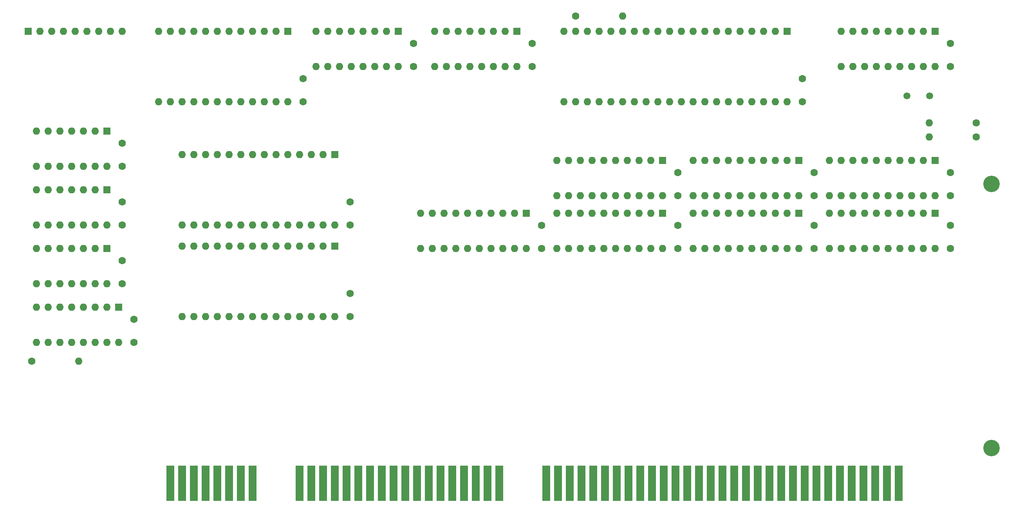
<source format=gbr>
G04 #@! TF.GenerationSoftware,KiCad,Pcbnew,(5.1.8)-1*
G04 #@! TF.CreationDate,2021-12-28T18:56:34-07:00*
G04 #@! TF.ProjectId,8086,38303836-2e6b-4696-9361-645f70636258,rev?*
G04 #@! TF.SameCoordinates,Original*
G04 #@! TF.FileFunction,Soldermask,Top*
G04 #@! TF.FilePolarity,Negative*
%FSLAX46Y46*%
G04 Gerber Fmt 4.6, Leading zero omitted, Abs format (unit mm)*
G04 Created by KiCad (PCBNEW (5.1.8)-1) date 2021-12-28 18:56:34*
%MOMM*%
%LPD*%
G01*
G04 APERTURE LIST*
%ADD10O,1.600000X1.600000*%
%ADD11R,1.600000X1.600000*%
%ADD12C,1.600000*%
%ADD13R,1.780000X7.620000*%
%ADD14C,1.500000*%
%ADD15C,3.556000*%
G04 APERTURE END LIST*
D10*
G04 #@! TO.C,RN1*
X54602380Y-37058600D03*
X52062380Y-37058600D03*
X49522380Y-37058600D03*
X46982380Y-37058600D03*
X44442380Y-37058600D03*
X41902380Y-37058600D03*
X39362380Y-37058600D03*
X36822380Y-37058600D03*
D11*
X34282380Y-37058600D03*
G04 #@! TD*
D10*
G04 #@! TO.C,U18*
X100576380Y-78968600D03*
X67556380Y-63728600D03*
X98036380Y-78968600D03*
X70096380Y-63728600D03*
X95496380Y-78968600D03*
X72636380Y-63728600D03*
X92956380Y-78968600D03*
X75176380Y-63728600D03*
X90416380Y-78968600D03*
X77716380Y-63728600D03*
X87876380Y-78968600D03*
X80256380Y-63728600D03*
X85336380Y-78968600D03*
X82796380Y-63728600D03*
X82796380Y-78968600D03*
X85336380Y-63728600D03*
X80256380Y-78968600D03*
X87876380Y-63728600D03*
X77716380Y-78968600D03*
X90416380Y-63728600D03*
X75176380Y-78968600D03*
X92956380Y-63728600D03*
X72636380Y-78968600D03*
X95496380Y-63728600D03*
X70096380Y-78968600D03*
X98036380Y-63728600D03*
X67556380Y-78968600D03*
D11*
X100576380Y-63728600D03*
G04 #@! TD*
D10*
G04 #@! TO.C,R10*
X45204380Y-108432600D03*
D12*
X35044380Y-108432600D03*
G04 #@! TD*
G04 #@! TO.C,C18*
X103878380Y-78968600D03*
X103878380Y-73968600D03*
G04 #@! TD*
D13*
G04 #@! TO.C,J9*
X146296380Y-134848600D03*
X148836380Y-134848600D03*
X151376380Y-134848600D03*
X153916380Y-134848600D03*
X156456380Y-134848600D03*
X158996380Y-134848600D03*
X161536380Y-134848600D03*
X164076380Y-134848600D03*
X166616380Y-134848600D03*
X169156380Y-134848600D03*
X171696380Y-134848600D03*
X174236380Y-134848600D03*
X176776380Y-134848600D03*
X179316380Y-134848600D03*
X181856380Y-134848600D03*
X184396380Y-134848600D03*
X186936380Y-134848600D03*
X189476380Y-134848600D03*
X192016380Y-134848600D03*
X194556380Y-134848600D03*
X197096380Y-134848600D03*
X199636380Y-134848600D03*
X202176380Y-134848600D03*
X204716380Y-134848600D03*
X207256380Y-134848600D03*
X209796380Y-134848600D03*
X212336380Y-134848600D03*
X214876380Y-134848600D03*
X217416380Y-134848600D03*
X219956380Y-134848600D03*
X222496380Y-134848600D03*
G04 #@! TD*
D10*
G04 #@! TO.C,R4*
X229100380Y-56870600D03*
D12*
X239260380Y-56870600D03*
G04 #@! TD*
D10*
G04 #@! TO.C,R3*
X229100380Y-59918600D03*
D12*
X239260380Y-59918600D03*
G04 #@! TD*
D10*
G04 #@! TO.C,R2*
X162806380Y-33756600D03*
D12*
X152646380Y-33756600D03*
G04 #@! TD*
D10*
G04 #@! TO.C,U2*
X171442380Y-72618600D03*
X148582380Y-64998600D03*
X168902380Y-72618600D03*
X151122380Y-64998600D03*
X166362380Y-72618600D03*
X153662380Y-64998600D03*
X163822380Y-72618600D03*
X156202380Y-64998600D03*
X161282380Y-72618600D03*
X158742380Y-64998600D03*
X158742380Y-72618600D03*
X161282380Y-64998600D03*
X156202380Y-72618600D03*
X163822380Y-64998600D03*
X153662380Y-72618600D03*
X166362380Y-64998600D03*
X151122380Y-72618600D03*
X168902380Y-64998600D03*
X148582380Y-72618600D03*
D11*
X171442380Y-64998600D03*
G04 #@! TD*
D14*
G04 #@! TO.C,Y1*
X229174380Y-51028600D03*
X224274380Y-51028600D03*
G04 #@! TD*
D10*
G04 #@! TO.C,U17*
X51300380Y-66268600D03*
X36060380Y-58648600D03*
X48760380Y-66268600D03*
X38600380Y-58648600D03*
X46220380Y-66268600D03*
X41140380Y-58648600D03*
X43680380Y-66268600D03*
X43680380Y-58648600D03*
X41140380Y-66268600D03*
X46220380Y-58648600D03*
X38600380Y-66268600D03*
X48760380Y-58648600D03*
X36060380Y-66268600D03*
D11*
X51300380Y-58648600D03*
G04 #@! TD*
D10*
G04 #@! TO.C,U16*
X53840380Y-104368600D03*
X36060380Y-96748600D03*
X51300380Y-104368600D03*
X38600380Y-96748600D03*
X48760380Y-104368600D03*
X41140380Y-96748600D03*
X46220380Y-104368600D03*
X43680380Y-96748600D03*
X43680380Y-104368600D03*
X46220380Y-96748600D03*
X41140380Y-104368600D03*
X48760380Y-96748600D03*
X38600380Y-104368600D03*
X51300380Y-96748600D03*
X36060380Y-104368600D03*
D11*
X53840380Y-96748600D03*
G04 #@! TD*
D10*
G04 #@! TO.C,U15*
X51300380Y-91668600D03*
X36060380Y-84048600D03*
X48760380Y-91668600D03*
X38600380Y-84048600D03*
X46220380Y-91668600D03*
X41140380Y-84048600D03*
X43680380Y-91668600D03*
X43680380Y-84048600D03*
X41140380Y-91668600D03*
X46220380Y-84048600D03*
X38600380Y-91668600D03*
X48760380Y-84048600D03*
X36060380Y-91668600D03*
D11*
X51300380Y-84048600D03*
G04 #@! TD*
D10*
G04 #@! TO.C,U14*
X200906380Y-72618600D03*
X178046380Y-64998600D03*
X198366380Y-72618600D03*
X180586380Y-64998600D03*
X195826380Y-72618600D03*
X183126380Y-64998600D03*
X193286380Y-72618600D03*
X185666380Y-64998600D03*
X190746380Y-72618600D03*
X188206380Y-64998600D03*
X188206380Y-72618600D03*
X190746380Y-64998600D03*
X185666380Y-72618600D03*
X193286380Y-64998600D03*
X183126380Y-72618600D03*
X195826380Y-64998600D03*
X180586380Y-72618600D03*
X198366380Y-64998600D03*
X178046380Y-72618600D03*
D11*
X200906380Y-64998600D03*
G04 #@! TD*
D10*
G04 #@! TO.C,U13*
X51300380Y-78968600D03*
X36060380Y-71348600D03*
X48760380Y-78968600D03*
X38600380Y-71348600D03*
X46220380Y-78968600D03*
X41140380Y-71348600D03*
X43680380Y-78968600D03*
X43680380Y-71348600D03*
X41140380Y-78968600D03*
X46220380Y-71348600D03*
X38600380Y-78968600D03*
X48760380Y-71348600D03*
X36060380Y-78968600D03*
D11*
X51300380Y-71348600D03*
G04 #@! TD*
D10*
G04 #@! TO.C,U12*
X230370380Y-84048600D03*
X207510380Y-76428600D03*
X227830380Y-84048600D03*
X210050380Y-76428600D03*
X225290380Y-84048600D03*
X212590380Y-76428600D03*
X222750380Y-84048600D03*
X215130380Y-76428600D03*
X220210380Y-84048600D03*
X217670380Y-76428600D03*
X217670380Y-84048600D03*
X220210380Y-76428600D03*
X215130380Y-84048600D03*
X222750380Y-76428600D03*
X212590380Y-84048600D03*
X225290380Y-76428600D03*
X210050380Y-84048600D03*
X227830380Y-76428600D03*
X207510380Y-84048600D03*
D11*
X230370380Y-76428600D03*
G04 #@! TD*
D10*
G04 #@! TO.C,U11*
X200906380Y-84048600D03*
X178046380Y-76428600D03*
X198366380Y-84048600D03*
X180586380Y-76428600D03*
X195826380Y-84048600D03*
X183126380Y-76428600D03*
X193286380Y-84048600D03*
X185666380Y-76428600D03*
X190746380Y-84048600D03*
X188206380Y-76428600D03*
X188206380Y-84048600D03*
X190746380Y-76428600D03*
X185666380Y-84048600D03*
X193286380Y-76428600D03*
X183126380Y-84048600D03*
X195826380Y-76428600D03*
X180586380Y-84048600D03*
X198366380Y-76428600D03*
X178046380Y-84048600D03*
D11*
X200906380Y-76428600D03*
G04 #@! TD*
D10*
G04 #@! TO.C,U10*
X114292380Y-44678600D03*
X96512380Y-37058600D03*
X111752380Y-44678600D03*
X99052380Y-37058600D03*
X109212380Y-44678600D03*
X101592380Y-37058600D03*
X106672380Y-44678600D03*
X104132380Y-37058600D03*
X104132380Y-44678600D03*
X106672380Y-37058600D03*
X101592380Y-44678600D03*
X109212380Y-37058600D03*
X99052380Y-44678600D03*
X111752380Y-37058600D03*
X96512380Y-44678600D03*
D11*
X114292380Y-37058600D03*
G04 #@! TD*
D10*
G04 #@! TO.C,U9*
X141978380Y-84048600D03*
X119118380Y-76428600D03*
X139438380Y-84048600D03*
X121658380Y-76428600D03*
X136898380Y-84048600D03*
X124198380Y-76428600D03*
X134358380Y-84048600D03*
X126738380Y-76428600D03*
X131818380Y-84048600D03*
X129278380Y-76428600D03*
X129278380Y-84048600D03*
X131818380Y-76428600D03*
X126738380Y-84048600D03*
X134358380Y-76428600D03*
X124198380Y-84048600D03*
X136898380Y-76428600D03*
X121658380Y-84048600D03*
X139438380Y-76428600D03*
X119118380Y-84048600D03*
D11*
X141978380Y-76428600D03*
G04 #@! TD*
D10*
G04 #@! TO.C,U8*
X139946380Y-44678600D03*
X122166380Y-37058600D03*
X137406380Y-44678600D03*
X124706380Y-37058600D03*
X134866380Y-44678600D03*
X127246380Y-37058600D03*
X132326380Y-44678600D03*
X129786380Y-37058600D03*
X129786380Y-44678600D03*
X132326380Y-37058600D03*
X127246380Y-44678600D03*
X134866380Y-37058600D03*
X124706380Y-44678600D03*
X137406380Y-37058600D03*
X122166380Y-44678600D03*
D11*
X139946380Y-37058600D03*
G04 #@! TD*
D10*
G04 #@! TO.C,U7*
X90416380Y-52298600D03*
X62476380Y-37058600D03*
X87876380Y-52298600D03*
X65016380Y-37058600D03*
X85336380Y-52298600D03*
X67556380Y-37058600D03*
X82796380Y-52298600D03*
X70096380Y-37058600D03*
X80256380Y-52298600D03*
X72636380Y-37058600D03*
X77716380Y-52298600D03*
X75176380Y-37058600D03*
X75176380Y-52298600D03*
X77716380Y-37058600D03*
X72636380Y-52298600D03*
X80256380Y-37058600D03*
X70096380Y-52298600D03*
X82796380Y-37058600D03*
X67556380Y-52298600D03*
X85336380Y-37058600D03*
X65016380Y-52298600D03*
X87876380Y-37058600D03*
X62476380Y-52298600D03*
D11*
X90416380Y-37058600D03*
G04 #@! TD*
D10*
G04 #@! TO.C,U6*
X100576380Y-98780600D03*
X67556380Y-83540600D03*
X98036380Y-98780600D03*
X70096380Y-83540600D03*
X95496380Y-98780600D03*
X72636380Y-83540600D03*
X92956380Y-98780600D03*
X75176380Y-83540600D03*
X90416380Y-98780600D03*
X77716380Y-83540600D03*
X87876380Y-98780600D03*
X80256380Y-83540600D03*
X85336380Y-98780600D03*
X82796380Y-83540600D03*
X82796380Y-98780600D03*
X85336380Y-83540600D03*
X80256380Y-98780600D03*
X87876380Y-83540600D03*
X77716380Y-98780600D03*
X90416380Y-83540600D03*
X75176380Y-98780600D03*
X92956380Y-83540600D03*
X72636380Y-98780600D03*
X95496380Y-83540600D03*
X70096380Y-98780600D03*
X98036380Y-83540600D03*
X67556380Y-98780600D03*
D11*
X100576380Y-83540600D03*
G04 #@! TD*
D10*
G04 #@! TO.C,U5*
X198366380Y-52298600D03*
X150106380Y-37058600D03*
X195826380Y-52298600D03*
X152646380Y-37058600D03*
X193286380Y-52298600D03*
X155186380Y-37058600D03*
X190746380Y-52298600D03*
X157726380Y-37058600D03*
X188206380Y-52298600D03*
X160266380Y-37058600D03*
X185666380Y-52298600D03*
X162806380Y-37058600D03*
X183126380Y-52298600D03*
X165346380Y-37058600D03*
X180586380Y-52298600D03*
X167886380Y-37058600D03*
X178046380Y-52298600D03*
X170426380Y-37058600D03*
X175506380Y-52298600D03*
X172966380Y-37058600D03*
X172966380Y-52298600D03*
X175506380Y-37058600D03*
X170426380Y-52298600D03*
X178046380Y-37058600D03*
X167886380Y-52298600D03*
X180586380Y-37058600D03*
X165346380Y-52298600D03*
X183126380Y-37058600D03*
X162806380Y-52298600D03*
X185666380Y-37058600D03*
X160266380Y-52298600D03*
X188206380Y-37058600D03*
X157726380Y-52298600D03*
X190746380Y-37058600D03*
X155186380Y-52298600D03*
X193286380Y-37058600D03*
X152646380Y-52298600D03*
X195826380Y-37058600D03*
X150106380Y-52298600D03*
D11*
X198366380Y-37058600D03*
G04 #@! TD*
D10*
G04 #@! TO.C,U4*
X171442380Y-84048600D03*
X148582380Y-76428600D03*
X168902380Y-84048600D03*
X151122380Y-76428600D03*
X166362380Y-84048600D03*
X153662380Y-76428600D03*
X163822380Y-84048600D03*
X156202380Y-76428600D03*
X161282380Y-84048600D03*
X158742380Y-76428600D03*
X158742380Y-84048600D03*
X161282380Y-76428600D03*
X156202380Y-84048600D03*
X163822380Y-76428600D03*
X153662380Y-84048600D03*
X166362380Y-76428600D03*
X151122380Y-84048600D03*
X168902380Y-76428600D03*
X148582380Y-84048600D03*
D11*
X171442380Y-76428600D03*
G04 #@! TD*
D10*
G04 #@! TO.C,U3*
X230370380Y-72618600D03*
X207510380Y-64998600D03*
X227830380Y-72618600D03*
X210050380Y-64998600D03*
X225290380Y-72618600D03*
X212590380Y-64998600D03*
X222750380Y-72618600D03*
X215130380Y-64998600D03*
X220210380Y-72618600D03*
X217670380Y-64998600D03*
X217670380Y-72618600D03*
X220210380Y-64998600D03*
X215130380Y-72618600D03*
X222750380Y-64998600D03*
X212590380Y-72618600D03*
X225290380Y-64998600D03*
X210050380Y-72618600D03*
X227830380Y-64998600D03*
X207510380Y-72618600D03*
D11*
X230370380Y-64998600D03*
G04 #@! TD*
D10*
G04 #@! TO.C,U1*
X230370380Y-44678600D03*
X210050380Y-37058600D03*
X227830380Y-44678600D03*
X212590380Y-37058600D03*
X225290380Y-44678600D03*
X215130380Y-37058600D03*
X222750380Y-44678600D03*
X217670380Y-37058600D03*
X220210380Y-44678600D03*
X220210380Y-37058600D03*
X217670380Y-44678600D03*
X222750380Y-37058600D03*
X215130380Y-44678600D03*
X225290380Y-37058600D03*
X212590380Y-44678600D03*
X227830380Y-37058600D03*
X210050380Y-44678600D03*
D11*
X230370380Y-37058600D03*
G04 #@! TD*
D12*
G04 #@! TO.C,C17*
X233672380Y-44678600D03*
X233672380Y-39678600D03*
G04 #@! TD*
G04 #@! TO.C,C16*
X233672380Y-84048600D03*
X233672380Y-79048600D03*
G04 #@! TD*
G04 #@! TO.C,C15*
X54602380Y-91668600D03*
X54602380Y-86668600D03*
G04 #@! TD*
G04 #@! TO.C,C14*
X54602380Y-78968600D03*
X54602380Y-73968600D03*
G04 #@! TD*
G04 #@! TO.C,C13*
X143248380Y-44678600D03*
X143248380Y-39678600D03*
G04 #@! TD*
G04 #@! TO.C,C12*
X103878380Y-98780600D03*
X103878380Y-93780600D03*
G04 #@! TD*
G04 #@! TO.C,C11*
X174744380Y-84048600D03*
X174744380Y-79048600D03*
G04 #@! TD*
G04 #@! TO.C,C10*
X117594380Y-44678600D03*
X117594380Y-39678600D03*
G04 #@! TD*
G04 #@! TO.C,C9*
X204208380Y-72618600D03*
X204208380Y-67618600D03*
G04 #@! TD*
G04 #@! TO.C,C8*
X204208380Y-84048600D03*
X204208380Y-79048600D03*
G04 #@! TD*
G04 #@! TO.C,C7*
X174744380Y-72618600D03*
X174744380Y-67618600D03*
G04 #@! TD*
G04 #@! TO.C,C6*
X145280380Y-84048600D03*
X145280380Y-79048600D03*
G04 #@! TD*
G04 #@! TO.C,C5*
X201668380Y-52298600D03*
X201668380Y-47298600D03*
G04 #@! TD*
G04 #@! TO.C,C4*
X93718380Y-52298600D03*
X93718380Y-47298600D03*
G04 #@! TD*
G04 #@! TO.C,C3*
X57142380Y-104368600D03*
X57142380Y-99368600D03*
G04 #@! TD*
G04 #@! TO.C,C2*
X233672380Y-72618600D03*
X233672380Y-67618600D03*
G04 #@! TD*
G04 #@! TO.C,C1*
X54602380Y-66268600D03*
X54602380Y-61268600D03*
G04 #@! TD*
D13*
G04 #@! TO.C,J2*
X136136380Y-134848600D03*
X133596380Y-134848600D03*
X100576380Y-134848600D03*
X115816380Y-134848600D03*
X105656380Y-134848600D03*
X98036380Y-134848600D03*
X103116380Y-134848600D03*
X95496380Y-134848600D03*
X128516380Y-134848600D03*
X123436380Y-134848600D03*
X92956380Y-134848600D03*
X118356380Y-134848600D03*
X113276380Y-134848600D03*
X108196380Y-134848600D03*
X131056380Y-134848600D03*
X125976380Y-134848600D03*
X120896380Y-134848600D03*
X110736380Y-134848600D03*
G04 #@! TD*
G04 #@! TO.C,J1*
X65016380Y-134848600D03*
X67556380Y-134848600D03*
X70096380Y-134848600D03*
X72636380Y-134848600D03*
X75176380Y-134848600D03*
X77716380Y-134848600D03*
X80256380Y-134848600D03*
X82796380Y-134848600D03*
G04 #@! TD*
D15*
G04 #@! TO.C,R*
X242562380Y-127228600D03*
G04 #@! TD*
G04 #@! TO.C,R*
X242562380Y-70078600D03*
G04 #@! TD*
M02*

</source>
